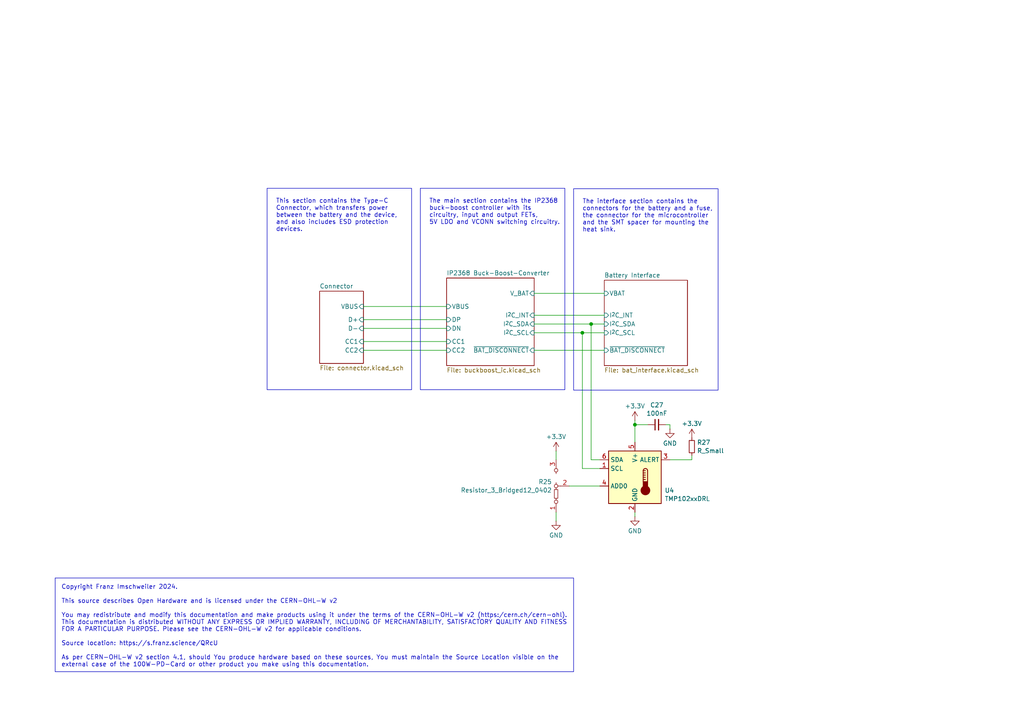
<source format=kicad_sch>
(kicad_sch (version 20241209) (generator "eeschema") (generator_version "9.0")
  (paper "A4")
  (title_block (title "Parkside-PD Controller Board") (rev "A") (comment 1 "Q.C. passed!"))
  (lib_symbols
    (symbol "Device:C_Small" (pin_numbers (hide yes)) (pin_names (offset 0.254) (hide yes))
      (property "Reference" "C" (at 0.254 1.778 0))
      (property "Value" "C_Small" (at 0.254 -2.032 0))
      (symbol "C_Small_0_1"
        (polyline (pts (xy -1.524 0.508) (xy 1.524 0.508)) (stroke (width 0.3048)))
        (polyline (pts (xy -1.524 -0.508) (xy 1.524 -0.508)) (stroke (width 0.3302)))
      )
      (symbol "C_Small_1_1"
        (pin passive line (at 0 2.54 270) (length 2.032) (name "~") (number "1"))
        (pin passive line (at 0 -2.54 90) (length 2.032) (name "~") (number "2"))
      )
    )
    (symbol "Device:R_Small" (pin_numbers (hide yes)) (pin_names (offset 0.254) (hide yes))
      (property "Reference" "R" (at 0.762 0.508 0))
      (property "Value" "R_Small" (at 0.762 -1.016 0))
      (symbol "R_Small_0_1"
        (rectangle (start -0.762 1.778) (end 0.762 -1.778) (stroke (width 0.2032)))
      )
      (symbol "R_Small_1_1"
        (pin passive line (at 0 2.54 270) (length 0.762) (name "~") (number "1"))
        (pin passive line (at 0 -2.54 90) (length 0.762) (name "~") (number "2"))
      )
    )
    (symbol "Franz-Lib:Resistor_3_Bridged12_0402" (pin_names (offset 0) (hide yes))
      (property "Reference" "R" (at -2.54 -2.54 0))
      (property "Value" "Resistor_3_Bridged12_0402" (at 0 2.794 0))
      (symbol "Resistor_3_Bridged12_0402_0_0"
        (circle (center -4.572 0) (radius 0.508))
        (circle (center 0 0) (radius 0.508))
        (circle (center 4.572 0) (radius 0.508))
      )
      (symbol "Resistor_3_Bridged12_0402_0_1"
        (polyline (pts (xy -4.064 0) (xy -3.556 0)) (stroke (width 0.1524)))
        (rectangle (start -3.556 0.508) (end -1.016 -0.508) (stroke (width 0.1524)))
        (polyline (pts (xy -1.016 0) (xy -0.508 0)) (stroke (width 0.1524)))
        (polyline (pts (xy 0 -1.27) (xy 0 -0.508)))
        (polyline (pts (xy 0.508 0) (xy 1.016 0)) (stroke (width 0.1524)))
        (polyline (pts (xy 3.556 0) (xy 4.064 0)) (stroke (width 0.1524)))
      )
      (symbol "Resistor_3_Bridged12_0402_1_1"
        (pin passive line (at -7.62 0 0) (length 2.54) (name "A") (number "1"))
        (pin passive line (at 0 -3.81 90) (length 2.54) (name "C") (number "2"))
        (pin passive line (at 7.62 0 180) (length 2.54) (name "B") (number "3"))
      )
    )
    (symbol "Sensor_Temperature:TMP102xxDRL"
      (property "Reference" "U" (at -2.54 10.795 0))
      (property "Value" "TMP102xxDRL" (at -2.54 8.89 0))
      (symbol "TMP102xxDRL_0_1"
        (rectangle (start -7.62 7.62) (end 7.62 -7.62) (stroke (width 0.254)) (fill (type background)))
      )
      (symbol "TMP102xxDRL_1_1"
        (polyline (pts (xy 2.413 1.905) (xy 3.048 1.905)) (stroke (width 0.254)))
        (polyline (pts (xy 2.413 1.905) (xy 2.413 -1.27)) (stroke (width 0.254)))
        (polyline (pts (xy 2.413 1.27) (xy 3.048 1.27)) (stroke (width 0.254)))
        (polyline (pts (xy 2.413 0.635) (xy 3.048 0.635)) (stroke (width 0.254)))
        (polyline (pts (xy 2.413 0) (xy 3.048 0)) (stroke (width 0.254)))
        (polyline (pts (xy 2.413 -0.635) (xy 3.048 -0.635)) (stroke (width 0.254)))
        (arc (start 2.413 1.905) (mid 3.048 2.5373) (end 3.683 1.905) (stroke (width 0.254)))
        (circle (center 3.048 -3.81) (radius 1.27) (stroke (width 0.254)) (fill (type outline)))
        (polyline (pts (xy 3.683 1.905) (xy 3.683 -1.27)) (stroke (width 0.254)))
        (rectangle (start 3.683 -3.175) (end 2.413 -1.27) (stroke (width 0.254)) (fill (type outline)))
        (pin bidirectional line (at -10.16 5.08 0) (length 2.54) (name "SDA") (number "6"))
        (pin input line (at -10.16 2.54 0) (length 2.54) (name "SCL") (number "1"))
        (pin input line (at -10.16 -2.54 0) (length 2.54) (name "ADD0") (number "4"))
        (pin power_in line (at 0 10.16 270) (length 2.54) (name "V+") (number "5"))
        (pin power_in line (at 0 -10.16 90) (length 2.54) (name "GND") (number "2"))
        (pin open_collector line (at 10.16 5.08 180) (length 2.54) (name "ALERT") (number "3"))
      )
    )
    (symbol "power:+3.3V" (power) (pin_numbers (hide yes)) (pin_names (offset 0) (hide yes))
      (property "Value" "+3.3V" (at 0 3.556 0))
      (symbol "+3.3V_0_1"
        (polyline (pts (xy -0.762 1.27) (xy 0 2.54)))
        (polyline (pts (xy 0 2.54) (xy 0.762 1.27)))
        (polyline (pts (xy 0 0) (xy 0 2.54)))
      )
      (symbol "+3.3V_1_1"
        (pin power_in line (at 0 0 90) (length 0) (name "~") (number "1"))
      )
    )
    (symbol "power:GND" (power) (pin_numbers (hide yes)) (pin_names (offset 0) (hide yes))
      (property "Value" "GND" (at 0 -3.81 0))
      (symbol "GND_0_1"
        (polyline (pts (xy 0 0) (xy 0 -1.27) (xy 1.27 -1.27) (xy 0 -2.54) (xy -1.27 -1.27) (xy 0 -1.27)))
      )
      (symbol "GND_1_1"
        (pin power_in line (at 0 0 270) (length 0) (name "~") (number "1"))
      )
    )
  )
  (rectangle (start 121.92 54.61) (end 163.83 113.03))
  (rectangle (start 16.002 167.64) (end 166.37 194.818))
  (rectangle (start 77.47 54.61) (end 119.38 113.03))
  (rectangle (start 166.37 54.737) (end 208.28 113.157))
  (text "The interface section contains the \nconnectors for the battery and a fuse, \nthe connector for the microcontroller \nand the SMT spacer for mounting the \nheat sink." (at 168.91 57.785 0) (effects (font (size 1.27 1.27)) (justify left top)))
  (text "Copyright Franz Imschweiler 2024.\n\nThis source describes Open Hardware and is licensed under the CERN-OHL-W v2\n\nYou may redistribute and modify this documentation and make products using it under the terms of the CERN-OHL-W v2 (https:/cern.ch/cern-ohl).\nThis documentation is distributed WITHOUT ANY EXPRESS OR IMPLIED WARRANTY, INCLUDING OF MERCHANTABILITY, SATISFACTORY QUALITY AND FITNESS\nFOR A PARTICULAR PURPOSE. Please see the CERN-OHL-W v2 for applicable conditions.\n\nSource location: https://s.franz.science/QRcU\n\nAs per CERN-OHL-W v2 section 4.1, should You produce hardware based on these sources, You must maintain the Source Location visible on the\nexternal case of the 100W-PD-Card or other product you make using this documentation." (at 17.78 181.61 0) (effects (font (size 1.27 1.27)) (justify left)))
  (text "This section contains the Type-C \nConnector, which transfers power \nbetween the battery and the device, \nand also includes ESD protection\ndevices. " (at 80.01 57.658 0) (effects (font (size 1.27 1.27)) (justify left top)))
  (text "The main section contains the IP2368\nbuck-boost controller with its \ncircuitry, input and output FETs, \n5V LDO and VCONN switching circuitry." (at 124.46 57.658 0) (effects (font (size 1.27 1.27)) (justify left top)))
  (junction (at 168.91 96.52))
  (junction (at 184.15 123.19))
  (junction (at 171.45 93.98))
  (wire (pts (xy 154.94 85.09) (xy 175.26 85.09)))
  (wire (pts (xy 105.41 101.6) (xy 129.54 101.6)))
  (wire (pts (xy 171.45 133.35) (xy 171.45 93.98)))
  (wire (pts (xy 184.15 149.86) (xy 184.15 148.59)))
  (wire (pts (xy 168.91 96.52) (xy 175.26 96.52)))
  (wire (pts (xy 154.94 93.98) (xy 171.45 93.98)))
  (wire (pts (xy 161.29 151.13) (xy 161.29 148.59)))
  (wire (pts (xy 200.66 132.08) (xy 200.66 133.35)))
  (wire (pts (xy 105.41 92.71) (xy 129.54 92.71)))
  (wire (pts (xy 154.94 91.44) (xy 175.26 91.44)))
  (wire (pts (xy 105.41 88.9) (xy 129.54 88.9)))
  (wire (pts (xy 200.66 133.35) (xy 194.31 133.35)))
  (wire (pts (xy 173.99 133.35) (xy 171.45 133.35)))
  (wire (pts (xy 154.94 101.6) (xy 175.26 101.6)))
  (wire (pts (xy 184.15 123.19) (xy 187.96 123.19)))
  (wire (pts (xy 154.94 96.52) (xy 168.91 96.52)))
  (wire (pts (xy 184.15 121.92) (xy 184.15 123.19)))
  (wire (pts (xy 173.99 135.89) (xy 168.91 135.89)))
  (wire (pts (xy 161.29 130.81) (xy 161.29 133.35)))
  (wire (pts (xy 168.91 135.89) (xy 168.91 96.52)))
  (wire (pts (xy 194.31 123.19) (xy 193.04 123.19)))
  (wire (pts (xy 194.31 124.46) (xy 194.31 123.19)))
  (wire (pts (xy 171.45 93.98) (xy 175.26 93.98)))
  (wire (pts (xy 184.15 123.19) (xy 184.15 128.27)))
  (wire (pts (xy 105.41 95.25) (xy 129.54 95.25)))
  (wire (pts (xy 165.1 140.97) (xy 173.99 140.97)))
  (wire (pts (xy 105.41 99.06) (xy 129.54 99.06)))
  (symbol (lib_id "Device:C_Small") (at 190.5 123.19 90) (mirror x) (unit 1)
    (property "Reference" "C27" (at 190.5063 117.4834 90))
    (property "Value" "100nF" (at 190.5063 119.9077 90))
    (property "Footprint" "Franz-Lib:C_0402_1005Metric_NoSilk" (effects (hide yes)))
    (property "Description" "Unpolarized capacitor, small symbol" (effects (hide yes)))
  )
  (symbol (lib_id "power:GND") (at 184.15 149.86 0) (unit 1)
    (property "Reference" "#PWR056" (effects (hide yes)))
    (property "Value" "GND" (at 184.15 153.9931 0))
    (property "Description" "Power symbol creates a global label with name \"GND\" , ground" (effects (hide yes)))
  )
  (symbol (lib_id "Device:R_Small") (at 200.66 129.54 0) (unit 1)
    (property "Reference" "R27" (at 202.1586 128.3278 0) (effects (justify left)))
    (property "Value" "R_Small" (at 202.1586 130.7521 0) (effects (justify left)))
    (property "Footprint" "Franz-Lib:R_0402_1005Metric_NoSilk" (effects (hide yes)))
    (property "Description" "Resistor, small symbol" (effects (hide yes)))
  )
  (symbol (lib_id "Sensor_Temperature:TMP102xxDRL") (at 184.15 138.43 0) (unit 1)
    (property "Reference" "U4" (at 192.786 142.24 0) (effects (justify left)))
    (property "Value" "TMP102xxDRL" (at 192.786 144.6643 0) (effects (justify left)))
    (property "Footprint" "Franz-Lib:SOT-563_NoSilk" (effects (hide yes)))
    (property "Datasheet" "https://www.ti.com/lit/ds/symlink/tmp102.pdf" (effects (hide yes)))
    (property "Description" "Digital Temperature Sensor, +/- 3 °C, low-Power, SMBus, 12 bit, Two-Wire Serial Interface, SOT-563" (effects (hide yes)))
  )
  (symbol (lib_id "power:GND") (at 194.31 124.46 0) (unit 1)
    (property "Reference" "#PWR064" (effects (hide yes)))
    (property "Value" "GND" (at 194.31 128.5931 0))
    (property "Description" "Power symbol creates a global label with name \"GND\" , ground" (effects (hide yes)))
  )
  (symbol (lib_id "power:+3.3V") (at 200.66 127 0) (unit 1)
    (property "Reference" "#PWR065" (effects (hide yes)))
    (property "Value" "+3.3V" (at 200.66 122.8669 0))
    (property "Description" "Power symbol creates a global label with name \"+3.3V\"" (effects (hide yes)))
  )
  (symbol (lib_id "Franz-Lib:Resistor_3_Bridged12_0402") (at 161.29 140.97 90) (unit 1)
    (property "Reference" "R25" (at 160.0708 139.7578 90) (effects (justify left)))
    (property "Value" "Resistor_3_Bridged12_0402" (at 160.0708 142.1821 90) (effects (justify left)))
    (property "Footprint" "Franz-Lib:R_0402_JUMPER3_NoSilk" (effects (hide yes)))
    (property "Description" "Jumper, 3-pole, pins 1+2 closed/bridged" (effects (hide yes)))
  )
  (symbol (lib_id "power:+3.3V") (at 161.29 130.81 0) (unit 1)
    (property "Reference" "#PWR034" (effects (hide yes)))
    (property "Value" "+3.3V" (at 161.29 126.6769 0))
    (property "Description" "Power symbol creates a global label with name \"+3.3V\"" (effects (hide yes)))
  )
  (symbol (lib_id "power:+3.3V") (at 184.15 121.92 0) (unit 1)
    (property "Reference" "#PWR058" (effects (hide yes)))
    (property "Value" "+3.3V" (at 184.15 117.7869 0))
    (property "Description" "Power symbol creates a global label with name \"+3.3V\"" (effects (hide yes)))
  )
  (symbol (lib_id "power:GND") (at 161.29 151.13 0) (unit 1)
    (property "Reference" "#PWR063" (effects (hide yes)))
    (property "Value" "GND" (at 161.29 155.2631 0))
    (property "Description" "Power symbol creates a global label with name \"GND\" , ground" (effects (hide yes)))
  )
  (sheet (at 92.71 84.455) (size 12.7 20.955) (stroke (width 0.1524))
    (property "Sheetname" "Connector" (at 92.71 83.7434 0) (effects (justify left bottom)))
    (property "Sheetfile" "connector.kicad_sch" (at 92.71 105.9946 0) (effects (justify left top)))
    (pin "CC2" input (at 105.41 101.6 0))
    (pin "CC1" input (at 105.41 99.06 0))
    (pin "VBUS" input (at 105.41 88.9 0))
    (pin "D+" input (at 105.41 92.71 0))
    (pin "D-" input (at 105.41 95.25 0))
  )
  (sheet (at 175.26 81.28) (size 24.13 24.765) (stroke (width 0.1524))
    (property "Sheetname" "Battery Interface" (at 175.26 80.5684 0) (effects (justify left bottom)))
    (property "Sheetfile" "bat_interface.kicad_sch" (at 175.26 106.6296 0) (effects (justify left top)))
    (pin "VBAT" input (at 175.26 85.09 180))
    (pin "I^{2}C_SDA" input (at 175.26 93.98 180))
    (pin "I^{2}C_INT" input (at 175.26 91.44 180))
    (pin "I^{2}C_SCL" input (at 175.26 96.52 180))
    (pin "~{BAT_DISCONNECT}" input (at 175.26 101.6 180))
  )
  (sheet (at 129.54 80.645) (size 25.4 25.4) (stroke (width 0.1524))
    (property "Sheetname" "IP2368 Buck-Boost-Converter" (at 129.54 79.9334 0) (effects (justify left bottom)))
    (property "Sheetfile" "buckboost_ic.kicad_sch" (at 129.54 106.6296 0) (effects (justify left top)))
    (pin "VBUS" input (at 129.54 88.9 180))
    (pin "CC2" input (at 129.54 101.6 180))
    (pin "CC1" input (at 129.54 99.06 180))
    (pin "DP" input (at 129.54 92.71 180))
    (pin "DN" input (at 129.54 95.25 180))
    (pin "V_BAT" input (at 154.94 85.09 0))
    (pin "I^{2}C_SCL" input (at 154.94 96.52 0))
    (pin "I^{2}C_SDA" input (at 154.94 93.98 0))
    (pin "I^{2}C_INT" input (at 154.94 91.44 0))
    (pin "~{BAT_DISCONNECT}" input (at 154.94 101.6 0))
  )
)
</source>
